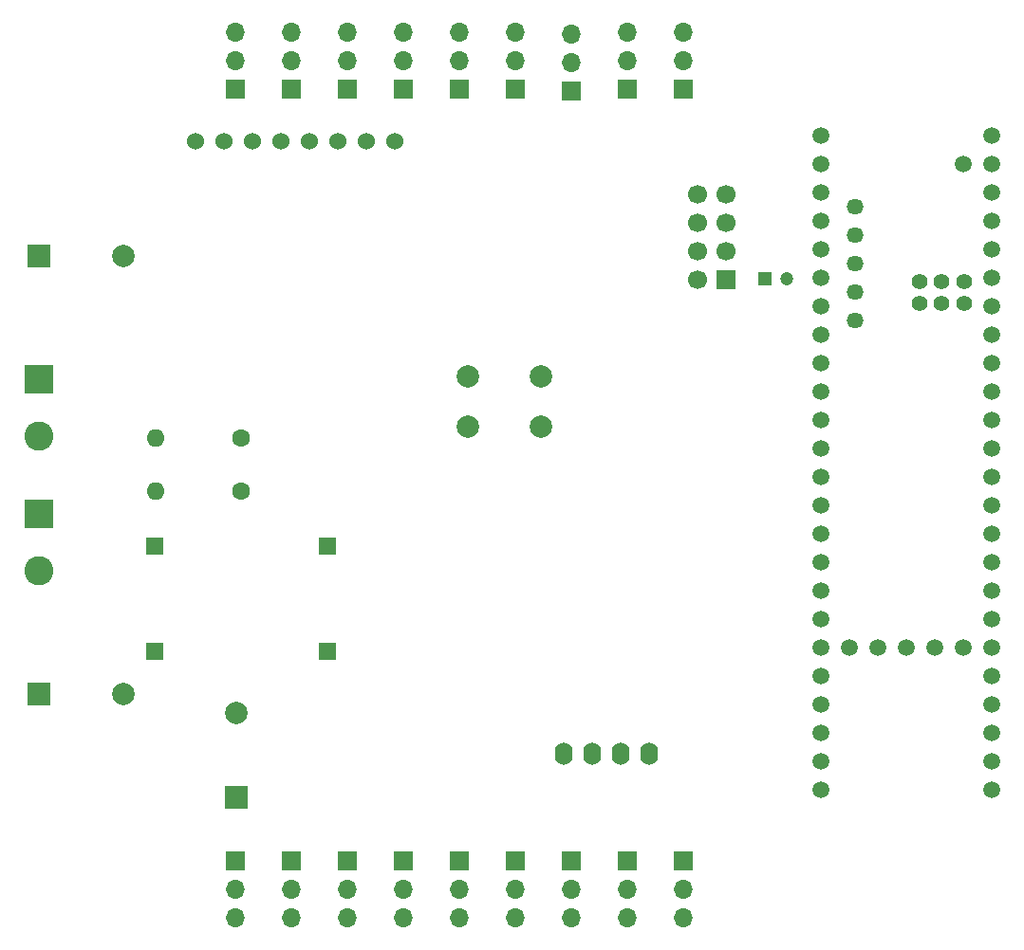
<source format=gbr>
%TF.GenerationSoftware,KiCad,Pcbnew,8.0.7*%
%TF.CreationDate,2025-07-19T14:15:59-04:00*%
%TF.ProjectId,Hexapod V2,48657861-706f-4642-9056-322e6b696361,rev?*%
%TF.SameCoordinates,Original*%
%TF.FileFunction,Soldermask,Bot*%
%TF.FilePolarity,Negative*%
%FSLAX46Y46*%
G04 Gerber Fmt 4.6, Leading zero omitted, Abs format (unit mm)*
G04 Created by KiCad (PCBNEW 8.0.7) date 2025-07-19 14:15:59*
%MOMM*%
%LPD*%
G01*
G04 APERTURE LIST*
%ADD10O,1.600000X2.000000*%
%ADD11R,1.700000X1.700000*%
%ADD12O,1.700000X1.700000*%
%ADD13R,2.600000X2.600000*%
%ADD14C,2.600000*%
%ADD15R,2.000000X2.000000*%
%ADD16C,2.000000*%
%ADD17C,1.512000*%
%ADD18C,1.462000*%
%ADD19C,1.412000*%
%ADD20R,1.200000X1.200000*%
%ADD21C,1.200000*%
%ADD22C,1.600000*%
%ADD23O,1.600000X1.600000*%
%ADD24C,1.524000*%
%ADD25R,1.524000X1.524000*%
%ADD26C,1.700000*%
G04 APERTURE END LIST*
D10*
%TO.C,SSD1306*%
X134420000Y-107450000D03*
X131880000Y-107450000D03*
X129340000Y-107450000D03*
X126800000Y-107450000D03*
%TD*%
D11*
%TO.C,T4*%
X102500000Y-48080000D03*
D12*
X102500000Y-45540000D03*
X102500000Y-43000000D03*
%TD*%
D13*
%TO.C,J3*%
X80000000Y-86000000D03*
D14*
X80000000Y-91080000D03*
%TD*%
D11*
%TO.C,C44*%
X132500000Y-48080000D03*
D12*
X132500000Y-45540000D03*
X132500000Y-43000000D03*
%TD*%
D11*
%TO.C,T2*%
X107500000Y-48080000D03*
D12*
X107500000Y-45540000D03*
X107500000Y-43000000D03*
%TD*%
D11*
%TO.C,T5*%
X137500000Y-117000000D03*
D12*
X137500000Y-119540000D03*
X137500000Y-122080000D03*
%TD*%
D11*
%TO.C,F1*%
X112500000Y-117000000D03*
D12*
X112500000Y-119540000D03*
X112500000Y-122080000D03*
%TD*%
D11*
%TO.C,C33*%
X102500000Y-117000000D03*
D12*
X102500000Y-119540000D03*
X102500000Y-122080000D03*
%TD*%
D11*
%TO.C,F4*%
X117500000Y-48080000D03*
D12*
X117500000Y-45540000D03*
X117500000Y-43000000D03*
%TD*%
D15*
%TO.C,C8*%
X80000000Y-63000000D03*
D16*
X87500000Y-63000000D03*
%TD*%
D17*
%TO.C,U4*%
X149750000Y-54790000D03*
X149750000Y-57330000D03*
X149750000Y-59870000D03*
X149750000Y-62410000D03*
X149750000Y-87810000D03*
X164990000Y-57330000D03*
X154830000Y-97970000D03*
X149750000Y-64950000D03*
X149750000Y-67490000D03*
D18*
X152800000Y-58600000D03*
D17*
X149750000Y-70030000D03*
X149750000Y-72570000D03*
X149750000Y-75110000D03*
X149750000Y-77650000D03*
X149750000Y-80190000D03*
X149750000Y-82730000D03*
X149750000Y-85270000D03*
X164990000Y-85270000D03*
X164990000Y-82730000D03*
X164990000Y-80190000D03*
X164990000Y-77650000D03*
X164990000Y-75110000D03*
X164990000Y-72570000D03*
X164990000Y-70030000D03*
X164990000Y-67490000D03*
X164990000Y-64950000D03*
X164990000Y-62410000D03*
X164990000Y-59870000D03*
X149750000Y-90350000D03*
X149750000Y-92890000D03*
X149750000Y-95430000D03*
X149750000Y-97970000D03*
X149750000Y-100510000D03*
X149750000Y-103050000D03*
X149750000Y-105590000D03*
X149750000Y-108130000D03*
X149750000Y-110670000D03*
X164990000Y-110670000D03*
X164990000Y-108130000D03*
X164990000Y-105590000D03*
X164990000Y-103050000D03*
X164990000Y-100510000D03*
X164990000Y-97970000D03*
X164990000Y-95430000D03*
X164990000Y-92890000D03*
X164990000Y-90350000D03*
D18*
X152800000Y-63680000D03*
X152800000Y-61140000D03*
D17*
X149750000Y-52250000D03*
X164990000Y-87810000D03*
X164990000Y-54790000D03*
X157370000Y-97970000D03*
D19*
X160540000Y-67220000D03*
X160540000Y-65220000D03*
D17*
X162450000Y-97970000D03*
X159910000Y-97970000D03*
D19*
X162540000Y-65220000D03*
X162540000Y-67220000D03*
X158540000Y-67220000D03*
X158540000Y-65220000D03*
D18*
X152800000Y-66220000D03*
X152800000Y-68760000D03*
D17*
X152290000Y-97970000D03*
X164990000Y-52250000D03*
X162450000Y-54790000D03*
%TD*%
D11*
%TO.C,F5*%
X122500000Y-117000000D03*
D12*
X122500000Y-119540000D03*
X122500000Y-122080000D03*
%TD*%
D11*
%TO.C,F3*%
X117500000Y-117000000D03*
D12*
X117500000Y-119540000D03*
X117500000Y-122080000D03*
%TD*%
D11*
%TO.C,F2*%
X122500000Y-48080000D03*
D12*
X122500000Y-45540000D03*
X122500000Y-43000000D03*
%TD*%
D11*
%TO.C,T1*%
X127500000Y-117000000D03*
D12*
X127500000Y-119540000D03*
X127500000Y-122080000D03*
%TD*%
D11*
%TO.C,F6*%
X112500000Y-48080000D03*
D12*
X112500000Y-45540000D03*
X112500000Y-43000000D03*
%TD*%
D20*
%TO.C,C1*%
X144750000Y-65000000D03*
D21*
X146750000Y-65000000D03*
%TD*%
D11*
%TO.C,C55*%
X107500000Y-117000000D03*
D12*
X107500000Y-119540000D03*
X107500000Y-122080000D03*
%TD*%
D11*
%TO.C,C11*%
X97500000Y-117000000D03*
D12*
X97500000Y-119540000D03*
X97500000Y-122080000D03*
%TD*%
D11*
%TO.C,C44*%
X127500000Y-48250000D03*
D12*
X127500000Y-45710000D03*
X127500000Y-43170000D03*
%TD*%
D22*
%TO.C,R3*%
X98060000Y-84000000D03*
D23*
X90440000Y-84000000D03*
%TD*%
D11*
%TO.C,T3*%
X132500000Y-117000000D03*
D12*
X132500000Y-119540000D03*
X132500000Y-122080000D03*
%TD*%
D15*
%TO.C,BZ1*%
X97600000Y-111350000D03*
D16*
X97600000Y-103750000D03*
%TD*%
D24*
%TO.C,U2*%
X111763000Y-52765000D03*
X109223000Y-52765000D03*
X106683000Y-52765000D03*
X104143000Y-52765000D03*
X101603000Y-52765000D03*
X99063000Y-52765000D03*
X96523000Y-52765000D03*
X93983000Y-52765000D03*
%TD*%
D13*
%TO.C,J2*%
X80000000Y-74000000D03*
D14*
X80000000Y-79080000D03*
%TD*%
D25*
%TO.C,U5*%
X105700000Y-88900000D03*
X105700000Y-98300000D03*
X90300000Y-88900000D03*
X90300000Y-98300000D03*
%TD*%
D11*
%TO.C,C22*%
X137500000Y-48080000D03*
D12*
X137500000Y-45540000D03*
X137500000Y-43000000D03*
%TD*%
D11*
%TO.C,T6*%
X97500000Y-48080000D03*
D12*
X97500000Y-45540000D03*
X97500000Y-43000000D03*
%TD*%
D15*
%TO.C,C9*%
X80000000Y-102080000D03*
D16*
X87500000Y-102080000D03*
%TD*%
D22*
%TO.C,R4*%
X98060000Y-79250000D03*
D23*
X90440000Y-79250000D03*
%TD*%
D11*
%TO.C,U3*%
X141289500Y-65125000D03*
D26*
X138749500Y-65125000D03*
X141289500Y-62585000D03*
X138749500Y-62585000D03*
X141289500Y-60045000D03*
X138749500Y-60045000D03*
X141289500Y-57505000D03*
X138749500Y-57505000D03*
%TD*%
D16*
%TO.C,REF\u002A\u002A*%
X124750000Y-78250000D03*
X118250000Y-78250000D03*
X124750000Y-73750000D03*
X118250000Y-73750000D03*
%TD*%
M02*

</source>
